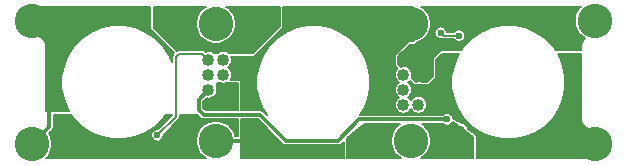
<source format=gbr>
G04 #@! TF.GenerationSoftware,KiCad,Pcbnew,(5.1.4)-1*
G04 #@! TF.CreationDate,2020-08-09T23:36:34-07:00*
G04 #@! TF.ProjectId,SkateLightLEDBoard,536b6174-654c-4696-9768-744c4544426f,rev?*
G04 #@! TF.SameCoordinates,Original*
G04 #@! TF.FileFunction,Copper,L2,Bot*
G04 #@! TF.FilePolarity,Positive*
%FSLAX46Y46*%
G04 Gerber Fmt 4.6, Leading zero omitted, Abs format (unit mm)*
G04 Created by KiCad (PCBNEW (5.1.4)-1) date 2020-08-09 23:36:34*
%MOMM*%
%LPD*%
G04 APERTURE LIST*
%ADD10C,1.800000*%
%ADD11C,1.016000*%
%ADD12C,2.921000*%
%ADD13C,0.600000*%
%ADD14C,0.350000*%
%ADD15C,0.200000*%
%ADD16C,0.152400*%
G04 APERTURE END LIST*
D10*
X-12087000Y4423000D03*
X-20933000Y-4423000D03*
X4423000Y-4423000D03*
X-4423000Y4423000D03*
X12087000Y-4423000D03*
X20933000Y4423000D03*
D11*
X7620000Y-1905000D03*
X8890000Y-1905000D03*
X7620000Y-635000D03*
X8890000Y-635000D03*
X7620000Y635000D03*
X8890000Y635000D03*
X7620000Y1905000D03*
X8890000Y1905000D03*
D12*
X8255000Y-4953000D03*
X8255000Y4953000D03*
X-8255000Y-4953000D03*
X-8255000Y4953000D03*
D11*
X-8890000Y-1905000D03*
X-7620000Y-1905000D03*
X-8890000Y-635000D03*
X-7620000Y-635000D03*
X-8890000Y635000D03*
X-7620000Y635000D03*
X-8890000Y1905000D03*
X-7620000Y1905000D03*
D12*
X23812500Y5207000D03*
X23812500Y-5207000D03*
X-23812500Y5207000D03*
X-23812500Y-5207000D03*
D13*
X-5170000Y-2000000D03*
X-4693920Y2131060D03*
X-2024380Y4871720D03*
X14340840Y-4838700D03*
X1710000Y-5810000D03*
X-5080000Y-4826000D03*
X6210000Y-1630000D03*
X6010000Y980000D03*
X16340000Y-5580000D03*
X19240000Y-5100000D03*
X21260000Y-3480000D03*
X21830000Y-1230000D03*
X21810000Y1530000D03*
X11026000Y-2032000D03*
X4218940Y4970780D03*
X-13204301Y-4490862D03*
X12334240Y3954780D03*
X10764520Y4203700D03*
X12542520Y5278120D03*
X10589260Y3169920D03*
X14569440Y5069840D03*
X16520160Y5255260D03*
X18514060Y5092700D03*
X9966960Y-3807460D03*
X6479540Y-3860800D03*
X-19140000Y-5460000D03*
X-17010000Y-5760000D03*
X-14754860Y-5232400D03*
X-11980000Y-4600000D03*
X-6675120Y-3469640D03*
X11306854Y-3147411D03*
D14*
X-5207000Y-4953000D02*
X-5080000Y-4826000D01*
X-8255000Y-4953000D02*
X-5207000Y-4953000D01*
X-22352001Y3746501D02*
X-23812500Y5207000D01*
X-22352001Y-3746501D02*
X-22352001Y3746501D01*
X-23812500Y-5207000D02*
X-22352001Y-3746501D01*
D15*
X-11657599Y-2944160D02*
X-13204301Y-4490862D01*
X-11657599Y2112401D02*
X-11657599Y-2944160D01*
X-11357001Y2412999D02*
X-11657599Y2112401D01*
X-8890000Y1905000D02*
X-9397999Y2412999D01*
X-9397999Y2412999D02*
X-11357001Y2412999D01*
X11013440Y3954780D02*
X12334240Y3954780D01*
X10764520Y4203700D02*
X11013440Y3954780D01*
D14*
X-9290993Y-2740401D02*
X-4552153Y-2740401D01*
X-4552153Y-2740401D02*
X-2362554Y-4930000D01*
X-2362554Y-4930000D02*
X2099446Y-4930000D01*
X2099446Y-4930000D02*
X3882035Y-3147411D01*
X3882035Y-3147411D02*
X9511664Y-3147411D01*
X-9725401Y-2305993D02*
X-9290993Y-2740401D01*
X-9725401Y-1470401D02*
X-9725401Y-2305993D01*
X-8890000Y-635000D02*
X-9725401Y-1470401D01*
X9511664Y-3147411D02*
X11306854Y-3147411D01*
D16*
G36*
X-2661958Y-5201373D02*
G01*
X-2649323Y-5216769D01*
X-2587867Y-5267204D01*
X-2527181Y-5299641D01*
X-2517752Y-5304681D01*
X-2441673Y-5327759D01*
X-2362554Y-5335552D01*
X-2342736Y-5333600D01*
X2079628Y-5333600D01*
X2099446Y-5335552D01*
X2119264Y-5333600D01*
X2178565Y-5327759D01*
X2254644Y-5304681D01*
X2324759Y-5267204D01*
X2386215Y-5216769D01*
X2398859Y-5201362D01*
X2565400Y-5034821D01*
X2565400Y-6413500D01*
X-6121400Y-6413500D01*
X-6121400Y-3144001D01*
X-4719328Y-3144001D01*
X-2661958Y-5201373D01*
X-2661958Y-5201373D01*
G37*
X-2661958Y-5201373D02*
X-2649323Y-5216769D01*
X-2587867Y-5267204D01*
X-2527181Y-5299641D01*
X-2517752Y-5304681D01*
X-2441673Y-5327759D01*
X-2362554Y-5335552D01*
X-2342736Y-5333600D01*
X2079628Y-5333600D01*
X2099446Y-5335552D01*
X2119264Y-5333600D01*
X2178565Y-5327759D01*
X2254644Y-5304681D01*
X2324759Y-5267204D01*
X2386215Y-5216769D01*
X2398859Y-5201362D01*
X2565400Y-5034821D01*
X2565400Y-6413500D01*
X-6121400Y-6413500D01*
X-6121400Y-3144001D01*
X-4719328Y-3144001D01*
X-2661958Y-5201373D01*
G36*
X8407400Y3501558D02*
G01*
X8128000Y3501558D01*
X8083402Y3497166D01*
X8040519Y3484157D01*
X8000997Y3463032D01*
X7966355Y3434603D01*
X6950355Y2418603D01*
X6921926Y2383961D01*
X6900801Y2344439D01*
X6887792Y2301556D01*
X6883400Y2256958D01*
X6883400Y1494958D01*
X6887792Y1450360D01*
X6900801Y1407477D01*
X6921926Y1367955D01*
X6950355Y1333313D01*
X7113479Y1170189D01*
X7047845Y1104555D01*
X6967234Y983911D01*
X6911707Y849858D01*
X6883400Y707549D01*
X6883400Y562451D01*
X6911707Y420142D01*
X6967234Y286089D01*
X7047845Y165445D01*
X7150445Y62845D01*
X7244500Y0D01*
X7150445Y-62845D01*
X7047845Y-165445D01*
X6967234Y-286089D01*
X6911707Y-420142D01*
X6883400Y-562451D01*
X6883400Y-707549D01*
X6911707Y-849858D01*
X6967234Y-983911D01*
X7047845Y-1104555D01*
X7150445Y-1207155D01*
X7244500Y-1270000D01*
X7150445Y-1332845D01*
X7047845Y-1435445D01*
X6967234Y-1556089D01*
X6911707Y-1690142D01*
X6883400Y-1832451D01*
X6883400Y-1977549D01*
X6911707Y-2119858D01*
X6967234Y-2253911D01*
X7047845Y-2374555D01*
X7150445Y-2477155D01*
X7271089Y-2557766D01*
X7405142Y-2613293D01*
X7547451Y-2641600D01*
X7692549Y-2641600D01*
X7834858Y-2613293D01*
X7968911Y-2557766D01*
X8089555Y-2477155D01*
X8192155Y-2374555D01*
X8255000Y-2280500D01*
X8317845Y-2374555D01*
X8420445Y-2477155D01*
X8541089Y-2557766D01*
X8675142Y-2613293D01*
X8817451Y-2641600D01*
X8962549Y-2641600D01*
X9104858Y-2613293D01*
X9238911Y-2557766D01*
X9359555Y-2477155D01*
X9462155Y-2374555D01*
X9542766Y-2253911D01*
X9598293Y-2119858D01*
X9626600Y-1977549D01*
X9626600Y-1832451D01*
X9598293Y-1690142D01*
X9542766Y-1556089D01*
X9462155Y-1435445D01*
X9359555Y-1332845D01*
X9238911Y-1252234D01*
X9104858Y-1196707D01*
X8962549Y-1168400D01*
X8817451Y-1168400D01*
X8675142Y-1196707D01*
X8541089Y-1252234D01*
X8420445Y-1332845D01*
X8317845Y-1435445D01*
X8255000Y-1529500D01*
X8192155Y-1435445D01*
X8089555Y-1332845D01*
X7995500Y-1270000D01*
X8089555Y-1207155D01*
X8192155Y-1104555D01*
X8272766Y-983911D01*
X8328293Y-849858D01*
X8356600Y-707549D01*
X8356600Y-562451D01*
X8328293Y-420142D01*
X8272766Y-286089D01*
X8192155Y-165445D01*
X8089555Y-62845D01*
X7995500Y0D01*
X8089555Y62845D01*
X8155189Y128479D01*
X8474355Y-190687D01*
X8508997Y-219116D01*
X8548519Y-240241D01*
X8591402Y-253250D01*
X8636000Y-257642D01*
X9652000Y-257642D01*
X9696598Y-253250D01*
X9739481Y-240241D01*
X9779003Y-219116D01*
X9813645Y-190687D01*
X10321645Y317313D01*
X10350074Y351955D01*
X10371199Y391477D01*
X10384208Y434360D01*
X10388600Y478958D01*
X10388600Y1908268D01*
X10889690Y2409358D01*
X12312573Y2409358D01*
X12230950Y2287200D01*
X11866960Y1408451D01*
X11681400Y475576D01*
X11681400Y-475576D01*
X11866960Y-1408451D01*
X12230950Y-2287200D01*
X12759381Y-3078053D01*
X13431947Y-3750619D01*
X14222800Y-4279050D01*
X15101549Y-4643040D01*
X16034424Y-4828600D01*
X16985576Y-4828600D01*
X17918451Y-4643040D01*
X18797200Y-4279050D01*
X19588053Y-3750619D01*
X20260619Y-3078053D01*
X20789050Y-2287200D01*
X21153040Y-1408451D01*
X21338600Y-475576D01*
X21338600Y475576D01*
X21153040Y1408451D01*
X20789050Y2287200D01*
X20707427Y2409358D01*
X22632924Y2409358D01*
X22632925Y12469D01*
X22632924Y-3003064D01*
X22633436Y-3008265D01*
X22635559Y-3061562D01*
X22637717Y-3077155D01*
X22638755Y-3092856D01*
X22639357Y-3096351D01*
X22665644Y-3242726D01*
X22671922Y-3264941D01*
X22677857Y-3287118D01*
X22679126Y-3290429D01*
X22733343Y-3428910D01*
X22743804Y-3449458D01*
X22753945Y-3470085D01*
X22755830Y-3473082D01*
X22755833Y-3473087D01*
X22755836Y-3473091D01*
X22835915Y-3598399D01*
X22850183Y-3616543D01*
X22864123Y-3634788D01*
X22866553Y-3637361D01*
X22866558Y-3637367D01*
X22866563Y-3637372D01*
X22969455Y-3744738D01*
X22986929Y-3759726D01*
X23004193Y-3774956D01*
X23007083Y-3777011D01*
X23128876Y-3862352D01*
X23148955Y-3873675D01*
X23168822Y-3885247D01*
X23172056Y-3886702D01*
X23308105Y-3946761D01*
X23330039Y-3953981D01*
X23351737Y-3961460D01*
X23355182Y-3962257D01*
X23355192Y-3962260D01*
X23355202Y-3962261D01*
X23500315Y-3994749D01*
X23523186Y-3997565D01*
X23545972Y-4000694D01*
X23549516Y-4000807D01*
X23549517Y-4000807D01*
X23698188Y-4004490D01*
X23698411Y-4004474D01*
X23698937Y-4004490D01*
X23958976Y-4010759D01*
X24188536Y-4061991D01*
X24403777Y-4156838D01*
X24596491Y-4291682D01*
X24759348Y-4461395D01*
X24886136Y-4659503D01*
X24972031Y-4878466D01*
X25013761Y-5109946D01*
X25009734Y-5345124D01*
X24960106Y-5575033D01*
X24866765Y-5790929D01*
X24733268Y-5984583D01*
X24564699Y-6148619D01*
X24367480Y-6276788D01*
X24149119Y-6364210D01*
X23911139Y-6408829D01*
X23804981Y-6413500D01*
X13817600Y-6413500D01*
X13817600Y-4572000D01*
X13814373Y-4533725D01*
X13802575Y-4490492D01*
X13782570Y-4450392D01*
X13755126Y-4414965D01*
X13721298Y-4385573D01*
X13114811Y-3955179D01*
X13087153Y-3888407D01*
X12963641Y-3703559D01*
X12806441Y-3546359D01*
X12621593Y-3422847D01*
X12416201Y-3337771D01*
X12198157Y-3294400D01*
X12183677Y-3294400D01*
X11824322Y-3039384D01*
X11815141Y-2993224D01*
X11775294Y-2897025D01*
X11717445Y-2810448D01*
X11643817Y-2736820D01*
X11557240Y-2678971D01*
X11461041Y-2639124D01*
X11358917Y-2618811D01*
X11254791Y-2618811D01*
X11152667Y-2639124D01*
X11056468Y-2678971D01*
X10969891Y-2736820D01*
X10965311Y-2741400D01*
X5008451Y-2741400D01*
X4990715Y-2743811D01*
X3973952Y-2743811D01*
X4279050Y-2287200D01*
X4643040Y-1408451D01*
X4828600Y-475576D01*
X4828600Y475576D01*
X4643040Y1408451D01*
X4279050Y2287200D01*
X3750619Y3078053D01*
X3078053Y3750619D01*
X2287200Y4279050D01*
X1408451Y4643040D01*
X475576Y4828600D01*
X-475576Y4828600D01*
X-1408451Y4643040D01*
X-2287200Y4279050D01*
X-3078053Y3750619D01*
X-3750619Y3078053D01*
X-4279050Y2287200D01*
X-4643040Y1408451D01*
X-4828600Y475576D01*
X-4828600Y-475576D01*
X-4643040Y-1408451D01*
X-4279050Y-2287200D01*
X-3965867Y-2755912D01*
X-4252740Y-2469039D01*
X-4265384Y-2453632D01*
X-4326840Y-2403197D01*
X-4396955Y-2365720D01*
X-4473034Y-2342642D01*
X-4532335Y-2336801D01*
X-4552153Y-2334849D01*
X-4571971Y-2336801D01*
X-6121400Y-2336801D01*
X-6121400Y0D01*
X-6125792Y44598D01*
X-6138801Y87481D01*
X-6159926Y127003D01*
X-6188355Y161645D01*
X-6222997Y190074D01*
X-6262519Y211199D01*
X-6305402Y224208D01*
X-6350000Y228600D01*
X-7005647Y228600D01*
X-6967234Y286089D01*
X-6911707Y420142D01*
X-6883400Y562451D01*
X-6883400Y707549D01*
X-6911707Y849858D01*
X-6967234Y983911D01*
X-7047845Y1104555D01*
X-7150445Y1207155D01*
X-7244500Y1270000D01*
X-7150445Y1332845D01*
X-7047845Y1435445D01*
X-6967234Y1556089D01*
X-6911707Y1690142D01*
X-6883400Y1832451D01*
X-6883400Y1977549D01*
X-6911707Y2119858D01*
X-6938441Y2184400D01*
X-5080000Y2184400D01*
X-5035402Y2188792D01*
X-4992519Y2201801D01*
X-4952997Y2222926D01*
X-4918355Y2251355D01*
X-2632355Y4537355D01*
X-2603926Y4571997D01*
X-2582801Y4611519D01*
X-2569792Y4654402D01*
X-2565400Y4699000D01*
X-2565400Y6413500D01*
X8407400Y6413500D01*
X8407400Y3501558D01*
X8407400Y3501558D01*
G37*
X8407400Y3501558D02*
X8128000Y3501558D01*
X8083402Y3497166D01*
X8040519Y3484157D01*
X8000997Y3463032D01*
X7966355Y3434603D01*
X6950355Y2418603D01*
X6921926Y2383961D01*
X6900801Y2344439D01*
X6887792Y2301556D01*
X6883400Y2256958D01*
X6883400Y1494958D01*
X6887792Y1450360D01*
X6900801Y1407477D01*
X6921926Y1367955D01*
X6950355Y1333313D01*
X7113479Y1170189D01*
X7047845Y1104555D01*
X6967234Y983911D01*
X6911707Y849858D01*
X6883400Y707549D01*
X6883400Y562451D01*
X6911707Y420142D01*
X6967234Y286089D01*
X7047845Y165445D01*
X7150445Y62845D01*
X7244500Y0D01*
X7150445Y-62845D01*
X7047845Y-165445D01*
X6967234Y-286089D01*
X6911707Y-420142D01*
X6883400Y-562451D01*
X6883400Y-707549D01*
X6911707Y-849858D01*
X6967234Y-983911D01*
X7047845Y-1104555D01*
X7150445Y-1207155D01*
X7244500Y-1270000D01*
X7150445Y-1332845D01*
X7047845Y-1435445D01*
X6967234Y-1556089D01*
X6911707Y-1690142D01*
X6883400Y-1832451D01*
X6883400Y-1977549D01*
X6911707Y-2119858D01*
X6967234Y-2253911D01*
X7047845Y-2374555D01*
X7150445Y-2477155D01*
X7271089Y-2557766D01*
X7405142Y-2613293D01*
X7547451Y-2641600D01*
X7692549Y-2641600D01*
X7834858Y-2613293D01*
X7968911Y-2557766D01*
X8089555Y-2477155D01*
X8192155Y-2374555D01*
X8255000Y-2280500D01*
X8317845Y-2374555D01*
X8420445Y-2477155D01*
X8541089Y-2557766D01*
X8675142Y-2613293D01*
X8817451Y-2641600D01*
X8962549Y-2641600D01*
X9104858Y-2613293D01*
X9238911Y-2557766D01*
X9359555Y-2477155D01*
X9462155Y-2374555D01*
X9542766Y-2253911D01*
X9598293Y-2119858D01*
X9626600Y-1977549D01*
X9626600Y-1832451D01*
X9598293Y-1690142D01*
X9542766Y-1556089D01*
X9462155Y-1435445D01*
X9359555Y-1332845D01*
X9238911Y-1252234D01*
X9104858Y-1196707D01*
X8962549Y-1168400D01*
X8817451Y-1168400D01*
X8675142Y-1196707D01*
X8541089Y-1252234D01*
X8420445Y-1332845D01*
X8317845Y-1435445D01*
X8255000Y-1529500D01*
X8192155Y-1435445D01*
X8089555Y-1332845D01*
X7995500Y-1270000D01*
X8089555Y-1207155D01*
X8192155Y-1104555D01*
X8272766Y-983911D01*
X8328293Y-849858D01*
X8356600Y-707549D01*
X8356600Y-562451D01*
X8328293Y-420142D01*
X8272766Y-286089D01*
X8192155Y-165445D01*
X8089555Y-62845D01*
X7995500Y0D01*
X8089555Y62845D01*
X8155189Y128479D01*
X8474355Y-190687D01*
X8508997Y-219116D01*
X8548519Y-240241D01*
X8591402Y-253250D01*
X8636000Y-257642D01*
X9652000Y-257642D01*
X9696598Y-253250D01*
X9739481Y-240241D01*
X9779003Y-219116D01*
X9813645Y-190687D01*
X10321645Y317313D01*
X10350074Y351955D01*
X10371199Y391477D01*
X10384208Y434360D01*
X10388600Y478958D01*
X10388600Y1908268D01*
X10889690Y2409358D01*
X12312573Y2409358D01*
X12230950Y2287200D01*
X11866960Y1408451D01*
X11681400Y475576D01*
X11681400Y-475576D01*
X11866960Y-1408451D01*
X12230950Y-2287200D01*
X12759381Y-3078053D01*
X13431947Y-3750619D01*
X14222800Y-4279050D01*
X15101549Y-4643040D01*
X16034424Y-4828600D01*
X16985576Y-4828600D01*
X17918451Y-4643040D01*
X18797200Y-4279050D01*
X19588053Y-3750619D01*
X20260619Y-3078053D01*
X20789050Y-2287200D01*
X21153040Y-1408451D01*
X21338600Y-475576D01*
X21338600Y475576D01*
X21153040Y1408451D01*
X20789050Y2287200D01*
X20707427Y2409358D01*
X22632924Y2409358D01*
X22632925Y12469D01*
X22632924Y-3003064D01*
X22633436Y-3008265D01*
X22635559Y-3061562D01*
X22637717Y-3077155D01*
X22638755Y-3092856D01*
X22639357Y-3096351D01*
X22665644Y-3242726D01*
X22671922Y-3264941D01*
X22677857Y-3287118D01*
X22679126Y-3290429D01*
X22733343Y-3428910D01*
X22743804Y-3449458D01*
X22753945Y-3470085D01*
X22755830Y-3473082D01*
X22755833Y-3473087D01*
X22755836Y-3473091D01*
X22835915Y-3598399D01*
X22850183Y-3616543D01*
X22864123Y-3634788D01*
X22866553Y-3637361D01*
X22866558Y-3637367D01*
X22866563Y-3637372D01*
X22969455Y-3744738D01*
X22986929Y-3759726D01*
X23004193Y-3774956D01*
X23007083Y-3777011D01*
X23128876Y-3862352D01*
X23148955Y-3873675D01*
X23168822Y-3885247D01*
X23172056Y-3886702D01*
X23308105Y-3946761D01*
X23330039Y-3953981D01*
X23351737Y-3961460D01*
X23355182Y-3962257D01*
X23355192Y-3962260D01*
X23355202Y-3962261D01*
X23500315Y-3994749D01*
X23523186Y-3997565D01*
X23545972Y-4000694D01*
X23549516Y-4000807D01*
X23549517Y-4000807D01*
X23698188Y-4004490D01*
X23698411Y-4004474D01*
X23698937Y-4004490D01*
X23958976Y-4010759D01*
X24188536Y-4061991D01*
X24403777Y-4156838D01*
X24596491Y-4291682D01*
X24759348Y-4461395D01*
X24886136Y-4659503D01*
X24972031Y-4878466D01*
X25013761Y-5109946D01*
X25009734Y-5345124D01*
X24960106Y-5575033D01*
X24866765Y-5790929D01*
X24733268Y-5984583D01*
X24564699Y-6148619D01*
X24367480Y-6276788D01*
X24149119Y-6364210D01*
X23911139Y-6408829D01*
X23804981Y-6413500D01*
X13817600Y-6413500D01*
X13817600Y-4572000D01*
X13814373Y-4533725D01*
X13802575Y-4490492D01*
X13782570Y-4450392D01*
X13755126Y-4414965D01*
X13721298Y-4385573D01*
X13114811Y-3955179D01*
X13087153Y-3888407D01*
X12963641Y-3703559D01*
X12806441Y-3546359D01*
X12621593Y-3422847D01*
X12416201Y-3337771D01*
X12198157Y-3294400D01*
X12183677Y-3294400D01*
X11824322Y-3039384D01*
X11815141Y-2993224D01*
X11775294Y-2897025D01*
X11717445Y-2810448D01*
X11643817Y-2736820D01*
X11557240Y-2678971D01*
X11461041Y-2639124D01*
X11358917Y-2618811D01*
X11254791Y-2618811D01*
X11152667Y-2639124D01*
X11056468Y-2678971D01*
X10969891Y-2736820D01*
X10965311Y-2741400D01*
X5008451Y-2741400D01*
X4990715Y-2743811D01*
X3973952Y-2743811D01*
X4279050Y-2287200D01*
X4643040Y-1408451D01*
X4828600Y-475576D01*
X4828600Y475576D01*
X4643040Y1408451D01*
X4279050Y2287200D01*
X3750619Y3078053D01*
X3078053Y3750619D01*
X2287200Y4279050D01*
X1408451Y4643040D01*
X475576Y4828600D01*
X-475576Y4828600D01*
X-1408451Y4643040D01*
X-2287200Y4279050D01*
X-3078053Y3750619D01*
X-3750619Y3078053D01*
X-4279050Y2287200D01*
X-4643040Y1408451D01*
X-4828600Y475576D01*
X-4828600Y-475576D01*
X-4643040Y-1408451D01*
X-4279050Y-2287200D01*
X-3965867Y-2755912D01*
X-4252740Y-2469039D01*
X-4265384Y-2453632D01*
X-4326840Y-2403197D01*
X-4396955Y-2365720D01*
X-4473034Y-2342642D01*
X-4532335Y-2336801D01*
X-4552153Y-2334849D01*
X-4571971Y-2336801D01*
X-6121400Y-2336801D01*
X-6121400Y0D01*
X-6125792Y44598D01*
X-6138801Y87481D01*
X-6159926Y127003D01*
X-6188355Y161645D01*
X-6222997Y190074D01*
X-6262519Y211199D01*
X-6305402Y224208D01*
X-6350000Y228600D01*
X-7005647Y228600D01*
X-6967234Y286089D01*
X-6911707Y420142D01*
X-6883400Y562451D01*
X-6883400Y707549D01*
X-6911707Y849858D01*
X-6967234Y983911D01*
X-7047845Y1104555D01*
X-7150445Y1207155D01*
X-7244500Y1270000D01*
X-7150445Y1332845D01*
X-7047845Y1435445D01*
X-6967234Y1556089D01*
X-6911707Y1690142D01*
X-6883400Y1832451D01*
X-6883400Y1977549D01*
X-6911707Y2119858D01*
X-6938441Y2184400D01*
X-5080000Y2184400D01*
X-5035402Y2188792D01*
X-4992519Y2201801D01*
X-4952997Y2222926D01*
X-4918355Y2251355D01*
X-2632355Y4537355D01*
X-2603926Y4571997D01*
X-2582801Y4611519D01*
X-2569792Y4654402D01*
X-2565400Y4699000D01*
X-2565400Y6413500D01*
X8407400Y6413500D01*
X8407400Y3501558D01*
G36*
X-13817600Y4572000D02*
G01*
X-13813208Y4527402D01*
X-13800199Y4484519D01*
X-13779074Y4444997D01*
X-13750645Y4410355D01*
X-11787500Y2447210D01*
X-11878543Y2356167D01*
X-11891078Y2345880D01*
X-11901363Y2333347D01*
X-11932141Y2295844D01*
X-11955921Y2251355D01*
X-11962654Y2238758D01*
X-11981444Y2176817D01*
X-11986199Y2128536D01*
X-11987788Y2112401D01*
X-11986199Y2096269D01*
X-11986199Y1696319D01*
X-12230950Y2287200D01*
X-12759381Y3078053D01*
X-13431947Y3750619D01*
X-14222800Y4279050D01*
X-15101549Y4643040D01*
X-16034424Y4828600D01*
X-16985576Y4828600D01*
X-17918451Y4643040D01*
X-18797200Y4279050D01*
X-19588053Y3750619D01*
X-20260619Y3078053D01*
X-20789050Y2287200D01*
X-21153040Y1408451D01*
X-21338600Y475576D01*
X-21338600Y-475576D01*
X-21153040Y-1408451D01*
X-20789050Y-2287200D01*
X-20688021Y-2438400D01*
X-22632924Y-2438400D01*
X-22632924Y3003065D01*
X-22633436Y3008266D01*
X-22635559Y3061562D01*
X-22637717Y3077155D01*
X-22638755Y3092856D01*
X-22639357Y3096350D01*
X-22665644Y3242726D01*
X-22671922Y3264941D01*
X-22677857Y3287118D01*
X-22679126Y3290429D01*
X-22733343Y3428910D01*
X-22743804Y3449458D01*
X-22753945Y3470085D01*
X-22755830Y3473082D01*
X-22755833Y3473087D01*
X-22755836Y3473091D01*
X-22835915Y3598399D01*
X-22850210Y3616578D01*
X-22864123Y3634789D01*
X-22866553Y3637361D01*
X-22866558Y3637367D01*
X-22866563Y3637372D01*
X-22969455Y3744738D01*
X-22986951Y3759744D01*
X-23004193Y3774955D01*
X-23007083Y3777011D01*
X-23128876Y3862352D01*
X-23148955Y3873675D01*
X-23168822Y3885247D01*
X-23172047Y3886697D01*
X-23172056Y3886702D01*
X-23172065Y3886705D01*
X-23308105Y3946761D01*
X-23330049Y3953984D01*
X-23351737Y3961460D01*
X-23355182Y3962257D01*
X-23355192Y3962260D01*
X-23355202Y3962261D01*
X-23500316Y3994749D01*
X-23523210Y3997568D01*
X-23545972Y4000694D01*
X-23549506Y4000807D01*
X-23549517Y4000808D01*
X-23549527Y4000807D01*
X-23698188Y4004490D01*
X-23698411Y4004474D01*
X-23698936Y4004490D01*
X-23958976Y4010759D01*
X-24188535Y4061991D01*
X-24403777Y4156838D01*
X-24596491Y4291682D01*
X-24759348Y4461395D01*
X-24886136Y4659503D01*
X-24972031Y4878466D01*
X-25013761Y5109947D01*
X-25009734Y5345124D01*
X-24960106Y5575033D01*
X-24866764Y5790931D01*
X-24733264Y5984587D01*
X-24564697Y6148620D01*
X-24367478Y6276789D01*
X-24149119Y6364210D01*
X-23911139Y6408829D01*
X-23804982Y6413500D01*
X-13817600Y6413500D01*
X-13817600Y4572000D01*
X-13817600Y4572000D01*
G37*
X-13817600Y4572000D02*
X-13813208Y4527402D01*
X-13800199Y4484519D01*
X-13779074Y4444997D01*
X-13750645Y4410355D01*
X-11787500Y2447210D01*
X-11878543Y2356167D01*
X-11891078Y2345880D01*
X-11901363Y2333347D01*
X-11932141Y2295844D01*
X-11955921Y2251355D01*
X-11962654Y2238758D01*
X-11981444Y2176817D01*
X-11986199Y2128536D01*
X-11987788Y2112401D01*
X-11986199Y2096269D01*
X-11986199Y1696319D01*
X-12230950Y2287200D01*
X-12759381Y3078053D01*
X-13431947Y3750619D01*
X-14222800Y4279050D01*
X-15101549Y4643040D01*
X-16034424Y4828600D01*
X-16985576Y4828600D01*
X-17918451Y4643040D01*
X-18797200Y4279050D01*
X-19588053Y3750619D01*
X-20260619Y3078053D01*
X-20789050Y2287200D01*
X-21153040Y1408451D01*
X-21338600Y475576D01*
X-21338600Y-475576D01*
X-21153040Y-1408451D01*
X-20789050Y-2287200D01*
X-20688021Y-2438400D01*
X-22632924Y-2438400D01*
X-22632924Y3003065D01*
X-22633436Y3008266D01*
X-22635559Y3061562D01*
X-22637717Y3077155D01*
X-22638755Y3092856D01*
X-22639357Y3096350D01*
X-22665644Y3242726D01*
X-22671922Y3264941D01*
X-22677857Y3287118D01*
X-22679126Y3290429D01*
X-22733343Y3428910D01*
X-22743804Y3449458D01*
X-22753945Y3470085D01*
X-22755830Y3473082D01*
X-22755833Y3473087D01*
X-22755836Y3473091D01*
X-22835915Y3598399D01*
X-22850210Y3616578D01*
X-22864123Y3634789D01*
X-22866553Y3637361D01*
X-22866558Y3637367D01*
X-22866563Y3637372D01*
X-22969455Y3744738D01*
X-22986951Y3759744D01*
X-23004193Y3774955D01*
X-23007083Y3777011D01*
X-23128876Y3862352D01*
X-23148955Y3873675D01*
X-23168822Y3885247D01*
X-23172047Y3886697D01*
X-23172056Y3886702D01*
X-23172065Y3886705D01*
X-23308105Y3946761D01*
X-23330049Y3953984D01*
X-23351737Y3961460D01*
X-23355182Y3962257D01*
X-23355192Y3962260D01*
X-23355202Y3962261D01*
X-23500316Y3994749D01*
X-23523210Y3997568D01*
X-23545972Y4000694D01*
X-23549506Y4000807D01*
X-23549517Y4000808D01*
X-23549527Y4000807D01*
X-23698188Y4004490D01*
X-23698411Y4004474D01*
X-23698936Y4004490D01*
X-23958976Y4010759D01*
X-24188535Y4061991D01*
X-24403777Y4156838D01*
X-24596491Y4291682D01*
X-24759348Y4461395D01*
X-24886136Y4659503D01*
X-24972031Y4878466D01*
X-25013761Y5109947D01*
X-25009734Y5345124D01*
X-24960106Y5575033D01*
X-24866764Y5790931D01*
X-24733264Y5984587D01*
X-24564697Y6148620D01*
X-24367478Y6276789D01*
X-24149119Y6364210D01*
X-23911139Y6408829D01*
X-23804982Y6413500D01*
X-13817600Y6413500D01*
X-13817600Y4572000D01*
G36*
X-9331739Y6265010D02*
G01*
X-9567010Y6029739D01*
X-9751861Y5753089D01*
X-9879189Y5445692D01*
X-9944100Y5119362D01*
X-9944100Y4786638D01*
X-9879189Y4460308D01*
X-9751861Y4152911D01*
X-9567010Y3876261D01*
X-9331739Y3640990D01*
X-9055089Y3456139D01*
X-8747692Y3328811D01*
X-8421362Y3263900D01*
X-8088638Y3263900D01*
X-7762308Y3328811D01*
X-7454911Y3456139D01*
X-7178261Y3640990D01*
X-6942990Y3876261D01*
X-6758139Y4152911D01*
X-6630811Y4460308D01*
X-6565900Y4786638D01*
X-6565900Y5119362D01*
X-6630811Y5445692D01*
X-6758139Y5753089D01*
X-6942990Y6029739D01*
X-7178261Y6265010D01*
X-7400493Y6413500D01*
X-2870200Y6413500D01*
X-2870200Y4730564D01*
X-5111564Y2489200D01*
X-7168472Y2489200D01*
X-7271089Y2557766D01*
X-7405142Y2613293D01*
X-7547451Y2641600D01*
X-7692549Y2641600D01*
X-7834858Y2613293D01*
X-7968911Y2557766D01*
X-8071528Y2489200D01*
X-8438472Y2489200D01*
X-8541089Y2557766D01*
X-8675142Y2613293D01*
X-8817451Y2641600D01*
X-8962549Y2641600D01*
X-9104858Y2613293D01*
X-9125170Y2604880D01*
X-9154233Y2633943D01*
X-9164520Y2646478D01*
X-9214556Y2687541D01*
X-9271641Y2718054D01*
X-9333582Y2736844D01*
X-9381864Y2741599D01*
X-9381867Y2741599D01*
X-9397999Y2743188D01*
X-9414131Y2741599D01*
X-11340869Y2741599D01*
X-11357001Y2743188D01*
X-11373133Y2741599D01*
X-11373136Y2741599D01*
X-11421418Y2736844D01*
X-11483359Y2718054D01*
X-11540445Y2687541D01*
X-11564741Y2667601D01*
X-11571385Y2662149D01*
X-13512800Y4603564D01*
X-13512800Y6413500D01*
X-9109507Y6413500D01*
X-9331739Y6265010D01*
X-9331739Y6265010D01*
G37*
X-9331739Y6265010D02*
X-9567010Y6029739D01*
X-9751861Y5753089D01*
X-9879189Y5445692D01*
X-9944100Y5119362D01*
X-9944100Y4786638D01*
X-9879189Y4460308D01*
X-9751861Y4152911D01*
X-9567010Y3876261D01*
X-9331739Y3640990D01*
X-9055089Y3456139D01*
X-8747692Y3328811D01*
X-8421362Y3263900D01*
X-8088638Y3263900D01*
X-7762308Y3328811D01*
X-7454911Y3456139D01*
X-7178261Y3640990D01*
X-6942990Y3876261D01*
X-6758139Y4152911D01*
X-6630811Y4460308D01*
X-6565900Y4786638D01*
X-6565900Y5119362D01*
X-6630811Y5445692D01*
X-6758139Y5753089D01*
X-6942990Y6029739D01*
X-7178261Y6265010D01*
X-7400493Y6413500D01*
X-2870200Y6413500D01*
X-2870200Y4730564D01*
X-5111564Y2489200D01*
X-7168472Y2489200D01*
X-7271089Y2557766D01*
X-7405142Y2613293D01*
X-7547451Y2641600D01*
X-7692549Y2641600D01*
X-7834858Y2613293D01*
X-7968911Y2557766D01*
X-8071528Y2489200D01*
X-8438472Y2489200D01*
X-8541089Y2557766D01*
X-8675142Y2613293D01*
X-8817451Y2641600D01*
X-8962549Y2641600D01*
X-9104858Y2613293D01*
X-9125170Y2604880D01*
X-9154233Y2633943D01*
X-9164520Y2646478D01*
X-9214556Y2687541D01*
X-9271641Y2718054D01*
X-9333582Y2736844D01*
X-9381864Y2741599D01*
X-9381867Y2741599D01*
X-9397999Y2743188D01*
X-9414131Y2741599D01*
X-11340869Y2741599D01*
X-11357001Y2743188D01*
X-11373133Y2741599D01*
X-11373136Y2741599D01*
X-11421418Y2736844D01*
X-11483359Y2718054D01*
X-11540445Y2687541D01*
X-11564741Y2667601D01*
X-11571385Y2662149D01*
X-13512800Y4603564D01*
X-13512800Y6413500D01*
X-9109507Y6413500D01*
X-9331739Y6265010D01*
G36*
X13512800Y-4611362D02*
G01*
X13512800Y-6413500D01*
X9109507Y-6413500D01*
X9331739Y-6265010D01*
X9567010Y-6029739D01*
X9751861Y-5753089D01*
X9879189Y-5445692D01*
X9944100Y-5119362D01*
X9944100Y-4786638D01*
X9879189Y-4460308D01*
X9751861Y-4152911D01*
X9567010Y-3876261D01*
X9331739Y-3640990D01*
X9197075Y-3551011D01*
X10962900Y-3551011D01*
X10969891Y-3558002D01*
X11056468Y-3615851D01*
X11152667Y-3655698D01*
X11254791Y-3676011D01*
X11358917Y-3676011D01*
X11461041Y-3655698D01*
X11557240Y-3615851D01*
X11643817Y-3558002D01*
X11717445Y-3484374D01*
X11775294Y-3397797D01*
X11781523Y-3382760D01*
X13512800Y-4611362D01*
X13512800Y-4611362D01*
G37*
X13512800Y-4611362D02*
X13512800Y-6413500D01*
X9109507Y-6413500D01*
X9331739Y-6265010D01*
X9567010Y-6029739D01*
X9751861Y-5753089D01*
X9879189Y-5445692D01*
X9944100Y-5119362D01*
X9944100Y-4786638D01*
X9879189Y-4460308D01*
X9751861Y-4152911D01*
X9567010Y-3876261D01*
X9331739Y-3640990D01*
X9197075Y-3551011D01*
X10962900Y-3551011D01*
X10969891Y-3558002D01*
X11056468Y-3615851D01*
X11152667Y-3655698D01*
X11254791Y-3676011D01*
X11358917Y-3676011D01*
X11461041Y-3655698D01*
X11557240Y-3615851D01*
X11643817Y-3558002D01*
X11717445Y-3484374D01*
X11775294Y-3397797D01*
X11781523Y-3382760D01*
X13512800Y-4611362D01*
G36*
X7178261Y-3640990D02*
G01*
X6942990Y-3876261D01*
X6758139Y-4152911D01*
X6630811Y-4460308D01*
X6565900Y-4786638D01*
X6565900Y-5119362D01*
X6630811Y-5445692D01*
X6758139Y-5753089D01*
X6942990Y-6029739D01*
X7178261Y-6265010D01*
X7400493Y-6413500D01*
X2870200Y-6413500D01*
X2870200Y-4736180D01*
X4388129Y-3551011D01*
X7312925Y-3551011D01*
X7178261Y-3640990D01*
X7178261Y-3640990D01*
G37*
X7178261Y-3640990D02*
X6942990Y-3876261D01*
X6758139Y-4152911D01*
X6630811Y-4460308D01*
X6565900Y-4786638D01*
X6565900Y-5119362D01*
X6630811Y-5445692D01*
X6758139Y-5753089D01*
X6942990Y-6029739D01*
X7178261Y-6265010D01*
X7400493Y-6413500D01*
X2870200Y-6413500D01*
X2870200Y-4736180D01*
X4388129Y-3551011D01*
X7312925Y-3551011D01*
X7178261Y-3640990D01*
G36*
X-20260619Y-3078053D02*
G01*
X-19588053Y-3750619D01*
X-18797200Y-4279050D01*
X-17918451Y-4643040D01*
X-16985576Y-4828600D01*
X-16034424Y-4828600D01*
X-15101549Y-4643040D01*
X-14222800Y-4279050D01*
X-13431947Y-3750619D01*
X-12759381Y-3078053D01*
X-12535639Y-2743200D01*
X-11986198Y-2743200D01*
X-11986198Y-2808048D01*
X-13142373Y-3964224D01*
X-13152238Y-3962262D01*
X-13256364Y-3962262D01*
X-13358488Y-3982575D01*
X-13454687Y-4022422D01*
X-13541264Y-4080271D01*
X-13614892Y-4153899D01*
X-13672741Y-4240476D01*
X-13712588Y-4336675D01*
X-13732901Y-4438799D01*
X-13732901Y-4542925D01*
X-13712588Y-4645049D01*
X-13672741Y-4741248D01*
X-13614892Y-4827825D01*
X-13541264Y-4901453D01*
X-13454687Y-4959302D01*
X-13358488Y-4999149D01*
X-13256364Y-5019462D01*
X-13152238Y-5019462D01*
X-13050114Y-4999149D01*
X-12953915Y-4959302D01*
X-12867338Y-4901453D01*
X-12793710Y-4827825D01*
X-12735861Y-4741248D01*
X-12696014Y-4645049D01*
X-12675701Y-4542925D01*
X-12675701Y-4438799D01*
X-12677663Y-4428934D01*
X-11436650Y-3187922D01*
X-11424120Y-3177639D01*
X-11412151Y-3163055D01*
X-11383057Y-3127604D01*
X-11352544Y-3070518D01*
X-11333754Y-3008577D01*
X-11328999Y-2960295D01*
X-11328999Y-2960292D01*
X-11327410Y-2944160D01*
X-11328999Y-2928028D01*
X-11328999Y-2743200D01*
X-9858969Y-2743200D01*
X-9590402Y-3011768D01*
X-9577762Y-3027170D01*
X-9516306Y-3077605D01*
X-9449184Y-3113482D01*
X-9446191Y-3115082D01*
X-9370112Y-3138160D01*
X-9290993Y-3145953D01*
X-9271175Y-3144001D01*
X-6426200Y-3144001D01*
X-6426200Y-4549400D01*
X-6613090Y-4549400D01*
X-6630811Y-4460308D01*
X-6758139Y-4152911D01*
X-6942990Y-3876261D01*
X-7178261Y-3640990D01*
X-7454911Y-3456139D01*
X-7762308Y-3328811D01*
X-8088638Y-3263900D01*
X-8421362Y-3263900D01*
X-8747692Y-3328811D01*
X-9055089Y-3456139D01*
X-9331739Y-3640990D01*
X-9567010Y-3876261D01*
X-9751861Y-4152911D01*
X-9879189Y-4460308D01*
X-9944100Y-4786638D01*
X-9944100Y-5119362D01*
X-9879189Y-5445692D01*
X-9751861Y-5753089D01*
X-9567010Y-6029739D01*
X-9331739Y-6265010D01*
X-9109507Y-6413500D01*
X-22630251Y-6413500D01*
X-22500490Y-6283739D01*
X-22315639Y-6007089D01*
X-22188311Y-5699692D01*
X-22123400Y-5373362D01*
X-22123400Y-5040638D01*
X-22188311Y-4714308D01*
X-22315639Y-4406911D01*
X-22366106Y-4331382D01*
X-22080627Y-4045904D01*
X-22065232Y-4033270D01*
X-22014797Y-3971814D01*
X-21977320Y-3901699D01*
X-21959029Y-3841402D01*
X-21954242Y-3825621D01*
X-21946449Y-3746502D01*
X-21948401Y-3726684D01*
X-21948401Y-2743200D01*
X-20484361Y-2743200D01*
X-20260619Y-3078053D01*
X-20260619Y-3078053D01*
G37*
X-20260619Y-3078053D02*
X-19588053Y-3750619D01*
X-18797200Y-4279050D01*
X-17918451Y-4643040D01*
X-16985576Y-4828600D01*
X-16034424Y-4828600D01*
X-15101549Y-4643040D01*
X-14222800Y-4279050D01*
X-13431947Y-3750619D01*
X-12759381Y-3078053D01*
X-12535639Y-2743200D01*
X-11986198Y-2743200D01*
X-11986198Y-2808048D01*
X-13142373Y-3964224D01*
X-13152238Y-3962262D01*
X-13256364Y-3962262D01*
X-13358488Y-3982575D01*
X-13454687Y-4022422D01*
X-13541264Y-4080271D01*
X-13614892Y-4153899D01*
X-13672741Y-4240476D01*
X-13712588Y-4336675D01*
X-13732901Y-4438799D01*
X-13732901Y-4542925D01*
X-13712588Y-4645049D01*
X-13672741Y-4741248D01*
X-13614892Y-4827825D01*
X-13541264Y-4901453D01*
X-13454687Y-4959302D01*
X-13358488Y-4999149D01*
X-13256364Y-5019462D01*
X-13152238Y-5019462D01*
X-13050114Y-4999149D01*
X-12953915Y-4959302D01*
X-12867338Y-4901453D01*
X-12793710Y-4827825D01*
X-12735861Y-4741248D01*
X-12696014Y-4645049D01*
X-12675701Y-4542925D01*
X-12675701Y-4438799D01*
X-12677663Y-4428934D01*
X-11436650Y-3187922D01*
X-11424120Y-3177639D01*
X-11412151Y-3163055D01*
X-11383057Y-3127604D01*
X-11352544Y-3070518D01*
X-11333754Y-3008577D01*
X-11328999Y-2960295D01*
X-11328999Y-2960292D01*
X-11327410Y-2944160D01*
X-11328999Y-2928028D01*
X-11328999Y-2743200D01*
X-9858969Y-2743200D01*
X-9590402Y-3011768D01*
X-9577762Y-3027170D01*
X-9516306Y-3077605D01*
X-9449184Y-3113482D01*
X-9446191Y-3115082D01*
X-9370112Y-3138160D01*
X-9290993Y-3145953D01*
X-9271175Y-3144001D01*
X-6426200Y-3144001D01*
X-6426200Y-4549400D01*
X-6613090Y-4549400D01*
X-6630811Y-4460308D01*
X-6758139Y-4152911D01*
X-6942990Y-3876261D01*
X-7178261Y-3640990D01*
X-7454911Y-3456139D01*
X-7762308Y-3328811D01*
X-8088638Y-3263900D01*
X-8421362Y-3263900D01*
X-8747692Y-3328811D01*
X-9055089Y-3456139D01*
X-9331739Y-3640990D01*
X-9567010Y-3876261D01*
X-9751861Y-4152911D01*
X-9879189Y-4460308D01*
X-9944100Y-4786638D01*
X-9944100Y-5119362D01*
X-9879189Y-5445692D01*
X-9751861Y-5753089D01*
X-9567010Y-6029739D01*
X-9331739Y-6265010D01*
X-9109507Y-6413500D01*
X-22630251Y-6413500D01*
X-22500490Y-6283739D01*
X-22315639Y-6007089D01*
X-22188311Y-5699692D01*
X-22123400Y-5373362D01*
X-22123400Y-5040638D01*
X-22188311Y-4714308D01*
X-22315639Y-4406911D01*
X-22366106Y-4331382D01*
X-22080627Y-4045904D01*
X-22065232Y-4033270D01*
X-22014797Y-3971814D01*
X-21977320Y-3901699D01*
X-21959029Y-3841402D01*
X-21954242Y-3825621D01*
X-21946449Y-3746502D01*
X-21948401Y-3726684D01*
X-21948401Y-2743200D01*
X-20484361Y-2743200D01*
X-20260619Y-3078053D01*
G36*
X-7692549Y-101600D02*
G01*
X-7547451Y-101600D01*
X-7419756Y-76200D01*
X-6426200Y-76200D01*
X-6426200Y-2336801D01*
X-9123817Y-2336801D01*
X-9321801Y-2138818D01*
X-9321801Y-1637576D01*
X-9040349Y-1356125D01*
X-8962549Y-1371600D01*
X-8817451Y-1371600D01*
X-8689756Y-1346200D01*
X-8636000Y-1346200D01*
X-8621134Y-1344736D01*
X-8606840Y-1340400D01*
X-8592689Y-1332694D01*
X-8225014Y-1078694D01*
X-8213615Y-1069040D01*
X-8204319Y-1057348D01*
X-8197482Y-1044066D01*
X-8193368Y-1029706D01*
X-8192132Y-1016999D01*
X-8190209Y-870384D01*
X-8181707Y-849858D01*
X-8153400Y-707549D01*
X-8153400Y-562451D01*
X-8181707Y-420142D01*
X-8184224Y-414065D01*
X-8179793Y-76200D01*
X-7820244Y-76200D01*
X-7692549Y-101600D01*
X-7692549Y-101600D01*
G37*
X-7692549Y-101600D02*
X-7547451Y-101600D01*
X-7419756Y-76200D01*
X-6426200Y-76200D01*
X-6426200Y-2336801D01*
X-9123817Y-2336801D01*
X-9321801Y-2138818D01*
X-9321801Y-1637576D01*
X-9040349Y-1356125D01*
X-8962549Y-1371600D01*
X-8817451Y-1371600D01*
X-8689756Y-1346200D01*
X-8636000Y-1346200D01*
X-8621134Y-1344736D01*
X-8606840Y-1340400D01*
X-8592689Y-1332694D01*
X-8225014Y-1078694D01*
X-8213615Y-1069040D01*
X-8204319Y-1057348D01*
X-8197482Y-1044066D01*
X-8193368Y-1029706D01*
X-8192132Y-1016999D01*
X-8190209Y-870384D01*
X-8181707Y-849858D01*
X-8153400Y-707549D01*
X-8153400Y-562451D01*
X-8181707Y-420142D01*
X-8184224Y-414065D01*
X-8179793Y-76200D01*
X-7820244Y-76200D01*
X-7692549Y-101600D01*
G36*
X22500490Y6283739D02*
G01*
X22315639Y6007089D01*
X22188311Y5699692D01*
X22123400Y5373362D01*
X22123400Y5040638D01*
X22188311Y4714308D01*
X22315639Y4406911D01*
X22500490Y4130261D01*
X22735761Y3894990D01*
X22967107Y3740410D01*
X22946080Y3723003D01*
X22929824Y3706622D01*
X22913422Y3690550D01*
X22911168Y3687823D01*
X22911161Y3687816D01*
X22911156Y3687808D01*
X22817208Y3572539D01*
X22804438Y3553306D01*
X22791474Y3534359D01*
X22789794Y3531250D01*
X22789788Y3531241D01*
X22789784Y3531232D01*
X22720014Y3399908D01*
X22711225Y3378563D01*
X22702187Y3357457D01*
X22701139Y3354069D01*
X22658203Y3211685D01*
X22653723Y3189024D01*
X22648961Y3166582D01*
X22648592Y3163064D01*
X22648590Y3163054D01*
X22648590Y3163045D01*
X22636607Y3040410D01*
X22636600Y3040388D01*
X22632924Y3003064D01*
X22632924Y2714158D01*
X20503766Y2714158D01*
X20260619Y3078053D01*
X19588053Y3750619D01*
X18797200Y4279050D01*
X17918451Y4643040D01*
X16985576Y4828600D01*
X16034424Y4828600D01*
X15101549Y4643040D01*
X14222800Y4279050D01*
X13431947Y3750619D01*
X12759381Y3078053D01*
X12516234Y2714158D01*
X10795000Y2714158D01*
X10780134Y2712694D01*
X10765840Y2708358D01*
X10752666Y2701316D01*
X10741118Y2691840D01*
X10106118Y2056840D01*
X10096642Y2045292D01*
X10089600Y2032118D01*
X10085264Y2017824D01*
X10083800Y2002958D01*
X10083800Y510522D01*
X9620436Y47158D01*
X9167953Y47158D01*
X9104858Y73293D01*
X8962549Y101600D01*
X8817451Y101600D01*
X8675142Y73293D01*
X8651303Y63419D01*
X8318419Y396303D01*
X8328293Y420142D01*
X8356600Y562451D01*
X8356600Y707549D01*
X8328293Y849858D01*
X8272766Y983911D01*
X8192155Y1104555D01*
X8089555Y1207155D01*
X7968911Y1287766D01*
X7834858Y1343293D01*
X7692549Y1371600D01*
X7547451Y1371600D01*
X7405142Y1343293D01*
X7381303Y1333419D01*
X7188200Y1526522D01*
X7188200Y2225394D01*
X8159564Y3196758D01*
X8636000Y3196758D01*
X8650866Y3198222D01*
X8665160Y3202558D01*
X8678334Y3209600D01*
X8689882Y3219076D01*
X8699358Y3230624D01*
X8706400Y3243798D01*
X8710736Y3258092D01*
X8712200Y3272958D01*
X8712200Y3321751D01*
X8747692Y3328811D01*
X9055089Y3456139D01*
X9331739Y3640990D01*
X9567010Y3876261D01*
X9751861Y4152911D01*
X9794463Y4255763D01*
X10235920Y4255763D01*
X10235920Y4151637D01*
X10256233Y4049513D01*
X10296080Y3953314D01*
X10353929Y3866737D01*
X10427557Y3793109D01*
X10514134Y3735260D01*
X10610333Y3695413D01*
X10712457Y3675100D01*
X10816583Y3675100D01*
X10833364Y3678438D01*
X10866613Y3660666D01*
X10887082Y3649725D01*
X10949023Y3630935D01*
X10997305Y3626180D01*
X10997307Y3626180D01*
X11013439Y3624591D01*
X11029571Y3626180D01*
X11918061Y3626180D01*
X11923649Y3617817D01*
X11997277Y3544189D01*
X12083854Y3486340D01*
X12180053Y3446493D01*
X12282177Y3426180D01*
X12386303Y3426180D01*
X12488427Y3446493D01*
X12584626Y3486340D01*
X12671203Y3544189D01*
X12744831Y3617817D01*
X12802680Y3704394D01*
X12842527Y3800593D01*
X12862840Y3902717D01*
X12862840Y4006843D01*
X12842527Y4108967D01*
X12802680Y4205166D01*
X12744831Y4291743D01*
X12671203Y4365371D01*
X12584626Y4423220D01*
X12488427Y4463067D01*
X12386303Y4483380D01*
X12282177Y4483380D01*
X12180053Y4463067D01*
X12083854Y4423220D01*
X11997277Y4365371D01*
X11923649Y4291743D01*
X11918061Y4283380D01*
X11287627Y4283380D01*
X11272807Y4357887D01*
X11232960Y4454086D01*
X11175111Y4540663D01*
X11101483Y4614291D01*
X11014906Y4672140D01*
X10918707Y4711987D01*
X10816583Y4732300D01*
X10712457Y4732300D01*
X10610333Y4711987D01*
X10514134Y4672140D01*
X10427557Y4614291D01*
X10353929Y4540663D01*
X10296080Y4454086D01*
X10256233Y4357887D01*
X10235920Y4255763D01*
X9794463Y4255763D01*
X9879189Y4460308D01*
X9944100Y4786638D01*
X9944100Y5119362D01*
X9879189Y5445692D01*
X9751861Y5753089D01*
X9567010Y6029739D01*
X9331739Y6265010D01*
X9109507Y6413500D01*
X22630251Y6413500D01*
X22500490Y6283739D01*
X22500490Y6283739D01*
G37*
X22500490Y6283739D02*
X22315639Y6007089D01*
X22188311Y5699692D01*
X22123400Y5373362D01*
X22123400Y5040638D01*
X22188311Y4714308D01*
X22315639Y4406911D01*
X22500490Y4130261D01*
X22735761Y3894990D01*
X22967107Y3740410D01*
X22946080Y3723003D01*
X22929824Y3706622D01*
X22913422Y3690550D01*
X22911168Y3687823D01*
X22911161Y3687816D01*
X22911156Y3687808D01*
X22817208Y3572539D01*
X22804438Y3553306D01*
X22791474Y3534359D01*
X22789794Y3531250D01*
X22789788Y3531241D01*
X22789784Y3531232D01*
X22720014Y3399908D01*
X22711225Y3378563D01*
X22702187Y3357457D01*
X22701139Y3354069D01*
X22658203Y3211685D01*
X22653723Y3189024D01*
X22648961Y3166582D01*
X22648592Y3163064D01*
X22648590Y3163054D01*
X22648590Y3163045D01*
X22636607Y3040410D01*
X22636600Y3040388D01*
X22632924Y3003064D01*
X22632924Y2714158D01*
X20503766Y2714158D01*
X20260619Y3078053D01*
X19588053Y3750619D01*
X18797200Y4279050D01*
X17918451Y4643040D01*
X16985576Y4828600D01*
X16034424Y4828600D01*
X15101549Y4643040D01*
X14222800Y4279050D01*
X13431947Y3750619D01*
X12759381Y3078053D01*
X12516234Y2714158D01*
X10795000Y2714158D01*
X10780134Y2712694D01*
X10765840Y2708358D01*
X10752666Y2701316D01*
X10741118Y2691840D01*
X10106118Y2056840D01*
X10096642Y2045292D01*
X10089600Y2032118D01*
X10085264Y2017824D01*
X10083800Y2002958D01*
X10083800Y510522D01*
X9620436Y47158D01*
X9167953Y47158D01*
X9104858Y73293D01*
X8962549Y101600D01*
X8817451Y101600D01*
X8675142Y73293D01*
X8651303Y63419D01*
X8318419Y396303D01*
X8328293Y420142D01*
X8356600Y562451D01*
X8356600Y707549D01*
X8328293Y849858D01*
X8272766Y983911D01*
X8192155Y1104555D01*
X8089555Y1207155D01*
X7968911Y1287766D01*
X7834858Y1343293D01*
X7692549Y1371600D01*
X7547451Y1371600D01*
X7405142Y1343293D01*
X7381303Y1333419D01*
X7188200Y1526522D01*
X7188200Y2225394D01*
X8159564Y3196758D01*
X8636000Y3196758D01*
X8650866Y3198222D01*
X8665160Y3202558D01*
X8678334Y3209600D01*
X8689882Y3219076D01*
X8699358Y3230624D01*
X8706400Y3243798D01*
X8710736Y3258092D01*
X8712200Y3272958D01*
X8712200Y3321751D01*
X8747692Y3328811D01*
X9055089Y3456139D01*
X9331739Y3640990D01*
X9567010Y3876261D01*
X9751861Y4152911D01*
X9794463Y4255763D01*
X10235920Y4255763D01*
X10235920Y4151637D01*
X10256233Y4049513D01*
X10296080Y3953314D01*
X10353929Y3866737D01*
X10427557Y3793109D01*
X10514134Y3735260D01*
X10610333Y3695413D01*
X10712457Y3675100D01*
X10816583Y3675100D01*
X10833364Y3678438D01*
X10866613Y3660666D01*
X10887082Y3649725D01*
X10949023Y3630935D01*
X10997305Y3626180D01*
X10997307Y3626180D01*
X11013439Y3624591D01*
X11029571Y3626180D01*
X11918061Y3626180D01*
X11923649Y3617817D01*
X11997277Y3544189D01*
X12083854Y3486340D01*
X12180053Y3446493D01*
X12282177Y3426180D01*
X12386303Y3426180D01*
X12488427Y3446493D01*
X12584626Y3486340D01*
X12671203Y3544189D01*
X12744831Y3617817D01*
X12802680Y3704394D01*
X12842527Y3800593D01*
X12862840Y3902717D01*
X12862840Y4006843D01*
X12842527Y4108967D01*
X12802680Y4205166D01*
X12744831Y4291743D01*
X12671203Y4365371D01*
X12584626Y4423220D01*
X12488427Y4463067D01*
X12386303Y4483380D01*
X12282177Y4483380D01*
X12180053Y4463067D01*
X12083854Y4423220D01*
X11997277Y4365371D01*
X11923649Y4291743D01*
X11918061Y4283380D01*
X11287627Y4283380D01*
X11272807Y4357887D01*
X11232960Y4454086D01*
X11175111Y4540663D01*
X11101483Y4614291D01*
X11014906Y4672140D01*
X10918707Y4711987D01*
X10816583Y4732300D01*
X10712457Y4732300D01*
X10610333Y4711987D01*
X10514134Y4672140D01*
X10427557Y4614291D01*
X10353929Y4540663D01*
X10296080Y4454086D01*
X10256233Y4357887D01*
X10235920Y4255763D01*
X9794463Y4255763D01*
X9879189Y4460308D01*
X9944100Y4786638D01*
X9944100Y5119362D01*
X9879189Y5445692D01*
X9751861Y5753089D01*
X9567010Y6029739D01*
X9331739Y6265010D01*
X9109507Y6413500D01*
X22630251Y6413500D01*
X22500490Y6283739D01*
M02*

</source>
